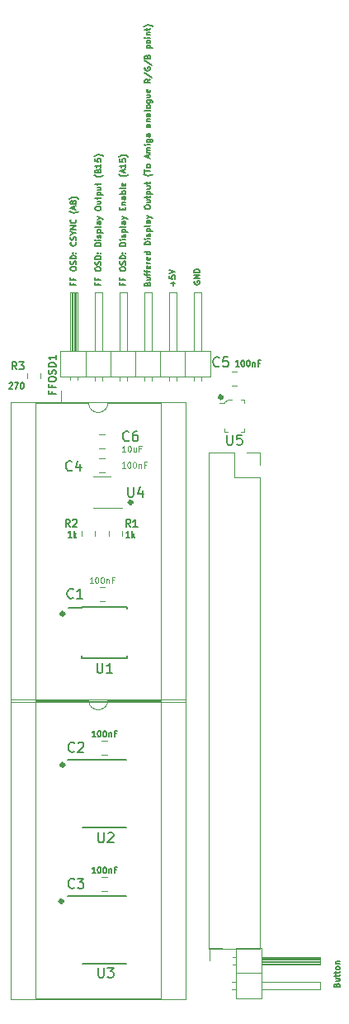
<source format=gbr>
G04 #@! TF.GenerationSoftware,KiCad,Pcbnew,(5.1.9)-1*
G04 #@! TF.CreationDate,2021-03-21T08:29:29+00:00*
G04 #@! TF.ProjectId,RGBtoHDMI Amiga Denise - v2++ by solarmon,52474274-6f48-4444-9d49-20416d696761,v2++*
G04 #@! TF.SameCoordinates,Original*
G04 #@! TF.FileFunction,Legend,Top*
G04 #@! TF.FilePolarity,Positive*
%FSLAX46Y46*%
G04 Gerber Fmt 4.6, Leading zero omitted, Abs format (unit mm)*
G04 Created by KiCad (PCBNEW (5.1.9)-1) date 2021-03-21 08:29:29*
%MOMM*%
%LPD*%
G01*
G04 APERTURE LIST*
%ADD10C,0.150000*%
%ADD11C,0.400000*%
%ADD12C,0.120000*%
%ADD13C,0.100000*%
%ADD14C,0.125000*%
G04 APERTURE END LIST*
D10*
X134320000Y-47193142D02*
X134291428Y-47250285D01*
X134291428Y-47336000D01*
X134320000Y-47421714D01*
X134377142Y-47478857D01*
X134434285Y-47507428D01*
X134548571Y-47536000D01*
X134634285Y-47536000D01*
X134748571Y-47507428D01*
X134805714Y-47478857D01*
X134862857Y-47421714D01*
X134891428Y-47336000D01*
X134891428Y-47278857D01*
X134862857Y-47193142D01*
X134834285Y-47164571D01*
X134634285Y-47164571D01*
X134634285Y-47278857D01*
X134891428Y-46907428D02*
X134291428Y-46907428D01*
X134891428Y-46564571D01*
X134291428Y-46564571D01*
X134891428Y-46278857D02*
X134291428Y-46278857D01*
X134291428Y-46136000D01*
X134320000Y-46050285D01*
X134377142Y-45993142D01*
X134434285Y-45964571D01*
X134548571Y-45936000D01*
X134634285Y-45936000D01*
X134748571Y-45964571D01*
X134805714Y-45993142D01*
X134862857Y-46050285D01*
X134891428Y-46136000D01*
X134891428Y-46278857D01*
X132122857Y-47634428D02*
X132122857Y-47177285D01*
X132351428Y-47405857D02*
X131894285Y-47405857D01*
X131751428Y-46605857D02*
X131751428Y-46891571D01*
X132037142Y-46920142D01*
X132008571Y-46891571D01*
X131980000Y-46834428D01*
X131980000Y-46691571D01*
X132008571Y-46634428D01*
X132037142Y-46605857D01*
X132094285Y-46577285D01*
X132237142Y-46577285D01*
X132294285Y-46605857D01*
X132322857Y-46634428D01*
X132351428Y-46691571D01*
X132351428Y-46834428D01*
X132322857Y-46891571D01*
X132294285Y-46920142D01*
X131751428Y-46405857D02*
X132351428Y-46205857D01*
X131751428Y-46005857D01*
X129497142Y-47461428D02*
X129525714Y-47375714D01*
X129554285Y-47347142D01*
X129611428Y-47318571D01*
X129697142Y-47318571D01*
X129754285Y-47347142D01*
X129782857Y-47375714D01*
X129811428Y-47432857D01*
X129811428Y-47661428D01*
X129211428Y-47661428D01*
X129211428Y-47461428D01*
X129240000Y-47404285D01*
X129268571Y-47375714D01*
X129325714Y-47347142D01*
X129382857Y-47347142D01*
X129440000Y-47375714D01*
X129468571Y-47404285D01*
X129497142Y-47461428D01*
X129497142Y-47661428D01*
X129411428Y-46804285D02*
X129811428Y-46804285D01*
X129411428Y-47061428D02*
X129725714Y-47061428D01*
X129782857Y-47032857D01*
X129811428Y-46975714D01*
X129811428Y-46890000D01*
X129782857Y-46832857D01*
X129754285Y-46804285D01*
X129411428Y-46604285D02*
X129411428Y-46375714D01*
X129811428Y-46518571D02*
X129297142Y-46518571D01*
X129240000Y-46490000D01*
X129211428Y-46432857D01*
X129211428Y-46375714D01*
X129411428Y-46261428D02*
X129411428Y-46032857D01*
X129811428Y-46175714D02*
X129297142Y-46175714D01*
X129240000Y-46147142D01*
X129211428Y-46090000D01*
X129211428Y-46032857D01*
X129782857Y-45604285D02*
X129811428Y-45661428D01*
X129811428Y-45775714D01*
X129782857Y-45832857D01*
X129725714Y-45861428D01*
X129497142Y-45861428D01*
X129440000Y-45832857D01*
X129411428Y-45775714D01*
X129411428Y-45661428D01*
X129440000Y-45604285D01*
X129497142Y-45575714D01*
X129554285Y-45575714D01*
X129611428Y-45861428D01*
X129811428Y-45318571D02*
X129411428Y-45318571D01*
X129525714Y-45318571D02*
X129468571Y-45290000D01*
X129440000Y-45261428D01*
X129411428Y-45204285D01*
X129411428Y-45147142D01*
X129782857Y-44718571D02*
X129811428Y-44775714D01*
X129811428Y-44890000D01*
X129782857Y-44947142D01*
X129725714Y-44975714D01*
X129497142Y-44975714D01*
X129440000Y-44947142D01*
X129411428Y-44890000D01*
X129411428Y-44775714D01*
X129440000Y-44718571D01*
X129497142Y-44690000D01*
X129554285Y-44690000D01*
X129611428Y-44975714D01*
X129811428Y-44175714D02*
X129211428Y-44175714D01*
X129782857Y-44175714D02*
X129811428Y-44232857D01*
X129811428Y-44347142D01*
X129782857Y-44404285D01*
X129754285Y-44432857D01*
X129697142Y-44461428D01*
X129525714Y-44461428D01*
X129468571Y-44432857D01*
X129440000Y-44404285D01*
X129411428Y-44347142D01*
X129411428Y-44232857D01*
X129440000Y-44175714D01*
X129811428Y-43432857D02*
X129211428Y-43432857D01*
X129211428Y-43290000D01*
X129240000Y-43204285D01*
X129297142Y-43147142D01*
X129354285Y-43118571D01*
X129468571Y-43090000D01*
X129554285Y-43090000D01*
X129668571Y-43118571D01*
X129725714Y-43147142D01*
X129782857Y-43204285D01*
X129811428Y-43290000D01*
X129811428Y-43432857D01*
X129811428Y-42832857D02*
X129411428Y-42832857D01*
X129211428Y-42832857D02*
X129240000Y-42861428D01*
X129268571Y-42832857D01*
X129240000Y-42804285D01*
X129211428Y-42832857D01*
X129268571Y-42832857D01*
X129782857Y-42575714D02*
X129811428Y-42518571D01*
X129811428Y-42404285D01*
X129782857Y-42347142D01*
X129725714Y-42318571D01*
X129697142Y-42318571D01*
X129640000Y-42347142D01*
X129611428Y-42404285D01*
X129611428Y-42490000D01*
X129582857Y-42547142D01*
X129525714Y-42575714D01*
X129497142Y-42575714D01*
X129440000Y-42547142D01*
X129411428Y-42490000D01*
X129411428Y-42404285D01*
X129440000Y-42347142D01*
X129411428Y-42061428D02*
X130011428Y-42061428D01*
X129440000Y-42061428D02*
X129411428Y-42004285D01*
X129411428Y-41890000D01*
X129440000Y-41832857D01*
X129468571Y-41804285D01*
X129525714Y-41775714D01*
X129697142Y-41775714D01*
X129754285Y-41804285D01*
X129782857Y-41832857D01*
X129811428Y-41890000D01*
X129811428Y-42004285D01*
X129782857Y-42061428D01*
X129811428Y-41432857D02*
X129782857Y-41490000D01*
X129725714Y-41518571D01*
X129211428Y-41518571D01*
X129811428Y-40947142D02*
X129497142Y-40947142D01*
X129440000Y-40975714D01*
X129411428Y-41032857D01*
X129411428Y-41147142D01*
X129440000Y-41204285D01*
X129782857Y-40947142D02*
X129811428Y-41004285D01*
X129811428Y-41147142D01*
X129782857Y-41204285D01*
X129725714Y-41232857D01*
X129668571Y-41232857D01*
X129611428Y-41204285D01*
X129582857Y-41147142D01*
X129582857Y-41004285D01*
X129554285Y-40947142D01*
X129411428Y-40718571D02*
X129811428Y-40575714D01*
X129411428Y-40432857D02*
X129811428Y-40575714D01*
X129954285Y-40632857D01*
X129982857Y-40661428D01*
X130011428Y-40718571D01*
X129211428Y-39632857D02*
X129211428Y-39518571D01*
X129240000Y-39461428D01*
X129297142Y-39404285D01*
X129411428Y-39375714D01*
X129611428Y-39375714D01*
X129725714Y-39404285D01*
X129782857Y-39461428D01*
X129811428Y-39518571D01*
X129811428Y-39632857D01*
X129782857Y-39690000D01*
X129725714Y-39747142D01*
X129611428Y-39775714D01*
X129411428Y-39775714D01*
X129297142Y-39747142D01*
X129240000Y-39690000D01*
X129211428Y-39632857D01*
X129411428Y-38861428D02*
X129811428Y-38861428D01*
X129411428Y-39118571D02*
X129725714Y-39118571D01*
X129782857Y-39090000D01*
X129811428Y-39032857D01*
X129811428Y-38947142D01*
X129782857Y-38890000D01*
X129754285Y-38861428D01*
X129411428Y-38661428D02*
X129411428Y-38432857D01*
X129211428Y-38575714D02*
X129725714Y-38575714D01*
X129782857Y-38547142D01*
X129811428Y-38490000D01*
X129811428Y-38432857D01*
X129411428Y-38232857D02*
X130011428Y-38232857D01*
X129440000Y-38232857D02*
X129411428Y-38175714D01*
X129411428Y-38061428D01*
X129440000Y-38004285D01*
X129468571Y-37975714D01*
X129525714Y-37947142D01*
X129697142Y-37947142D01*
X129754285Y-37975714D01*
X129782857Y-38004285D01*
X129811428Y-38061428D01*
X129811428Y-38175714D01*
X129782857Y-38232857D01*
X129411428Y-37432857D02*
X129811428Y-37432857D01*
X129411428Y-37690000D02*
X129725714Y-37690000D01*
X129782857Y-37661428D01*
X129811428Y-37604285D01*
X129811428Y-37518571D01*
X129782857Y-37461428D01*
X129754285Y-37432857D01*
X129411428Y-37232857D02*
X129411428Y-37004285D01*
X129211428Y-37147142D02*
X129725714Y-37147142D01*
X129782857Y-37118571D01*
X129811428Y-37061428D01*
X129811428Y-37004285D01*
X130040000Y-36175714D02*
X130011428Y-36204285D01*
X129925714Y-36261428D01*
X129868571Y-36290000D01*
X129782857Y-36318571D01*
X129640000Y-36347142D01*
X129525714Y-36347142D01*
X129382857Y-36318571D01*
X129297142Y-36290000D01*
X129240000Y-36261428D01*
X129154285Y-36204285D01*
X129125714Y-36175714D01*
X129211428Y-36032857D02*
X129211428Y-35690000D01*
X129811428Y-35861428D02*
X129211428Y-35861428D01*
X129811428Y-35404285D02*
X129782857Y-35461428D01*
X129754285Y-35490000D01*
X129697142Y-35518571D01*
X129525714Y-35518571D01*
X129468571Y-35490000D01*
X129440000Y-35461428D01*
X129411428Y-35404285D01*
X129411428Y-35318571D01*
X129440000Y-35261428D01*
X129468571Y-35232857D01*
X129525714Y-35204285D01*
X129697142Y-35204285D01*
X129754285Y-35232857D01*
X129782857Y-35261428D01*
X129811428Y-35318571D01*
X129811428Y-35404285D01*
X129640000Y-34518571D02*
X129640000Y-34232857D01*
X129811428Y-34575714D02*
X129211428Y-34375714D01*
X129811428Y-34175714D01*
X129811428Y-33975714D02*
X129411428Y-33975714D01*
X129468571Y-33975714D02*
X129440000Y-33947142D01*
X129411428Y-33890000D01*
X129411428Y-33804285D01*
X129440000Y-33747142D01*
X129497142Y-33718571D01*
X129811428Y-33718571D01*
X129497142Y-33718571D02*
X129440000Y-33690000D01*
X129411428Y-33632857D01*
X129411428Y-33547142D01*
X129440000Y-33490000D01*
X129497142Y-33461428D01*
X129811428Y-33461428D01*
X129811428Y-33175714D02*
X129411428Y-33175714D01*
X129211428Y-33175714D02*
X129240000Y-33204285D01*
X129268571Y-33175714D01*
X129240000Y-33147142D01*
X129211428Y-33175714D01*
X129268571Y-33175714D01*
X129411428Y-32632857D02*
X129897142Y-32632857D01*
X129954285Y-32661428D01*
X129982857Y-32690000D01*
X130011428Y-32747142D01*
X130011428Y-32832857D01*
X129982857Y-32890000D01*
X129782857Y-32632857D02*
X129811428Y-32690000D01*
X129811428Y-32804285D01*
X129782857Y-32861428D01*
X129754285Y-32890000D01*
X129697142Y-32918571D01*
X129525714Y-32918571D01*
X129468571Y-32890000D01*
X129440000Y-32861428D01*
X129411428Y-32804285D01*
X129411428Y-32690000D01*
X129440000Y-32632857D01*
X129811428Y-32090000D02*
X129497142Y-32090000D01*
X129440000Y-32118571D01*
X129411428Y-32175714D01*
X129411428Y-32290000D01*
X129440000Y-32347142D01*
X129782857Y-32090000D02*
X129811428Y-32147142D01*
X129811428Y-32290000D01*
X129782857Y-32347142D01*
X129725714Y-32375714D01*
X129668571Y-32375714D01*
X129611428Y-32347142D01*
X129582857Y-32290000D01*
X129582857Y-32147142D01*
X129554285Y-32090000D01*
X129811428Y-31090000D02*
X129497142Y-31090000D01*
X129440000Y-31118571D01*
X129411428Y-31175714D01*
X129411428Y-31290000D01*
X129440000Y-31347142D01*
X129782857Y-31090000D02*
X129811428Y-31147142D01*
X129811428Y-31290000D01*
X129782857Y-31347142D01*
X129725714Y-31375714D01*
X129668571Y-31375714D01*
X129611428Y-31347142D01*
X129582857Y-31290000D01*
X129582857Y-31147142D01*
X129554285Y-31090000D01*
X129411428Y-30804285D02*
X129811428Y-30804285D01*
X129468571Y-30804285D02*
X129440000Y-30775714D01*
X129411428Y-30718571D01*
X129411428Y-30632857D01*
X129440000Y-30575714D01*
X129497142Y-30547142D01*
X129811428Y-30547142D01*
X129811428Y-30004285D02*
X129497142Y-30004285D01*
X129440000Y-30032857D01*
X129411428Y-30090000D01*
X129411428Y-30204285D01*
X129440000Y-30261428D01*
X129782857Y-30004285D02*
X129811428Y-30061428D01*
X129811428Y-30204285D01*
X129782857Y-30261428D01*
X129725714Y-30290000D01*
X129668571Y-30290000D01*
X129611428Y-30261428D01*
X129582857Y-30204285D01*
X129582857Y-30061428D01*
X129554285Y-30004285D01*
X129811428Y-29632857D02*
X129782857Y-29690000D01*
X129725714Y-29718571D01*
X129211428Y-29718571D01*
X129811428Y-29318571D02*
X129782857Y-29375714D01*
X129754285Y-29404285D01*
X129697142Y-29432857D01*
X129525714Y-29432857D01*
X129468571Y-29404285D01*
X129440000Y-29375714D01*
X129411428Y-29318571D01*
X129411428Y-29232857D01*
X129440000Y-29175714D01*
X129468571Y-29147142D01*
X129525714Y-29118571D01*
X129697142Y-29118571D01*
X129754285Y-29147142D01*
X129782857Y-29175714D01*
X129811428Y-29232857D01*
X129811428Y-29318571D01*
X129411428Y-28604285D02*
X129897142Y-28604285D01*
X129954285Y-28632857D01*
X129982857Y-28661428D01*
X130011428Y-28718571D01*
X130011428Y-28804285D01*
X129982857Y-28861428D01*
X129782857Y-28604285D02*
X129811428Y-28661428D01*
X129811428Y-28775714D01*
X129782857Y-28832857D01*
X129754285Y-28861428D01*
X129697142Y-28890000D01*
X129525714Y-28890000D01*
X129468571Y-28861428D01*
X129440000Y-28832857D01*
X129411428Y-28775714D01*
X129411428Y-28661428D01*
X129440000Y-28604285D01*
X129411428Y-28061428D02*
X129811428Y-28061428D01*
X129411428Y-28318571D02*
X129725714Y-28318571D01*
X129782857Y-28290000D01*
X129811428Y-28232857D01*
X129811428Y-28147142D01*
X129782857Y-28090000D01*
X129754285Y-28061428D01*
X129782857Y-27547142D02*
X129811428Y-27604285D01*
X129811428Y-27718571D01*
X129782857Y-27775714D01*
X129725714Y-27804285D01*
X129497142Y-27804285D01*
X129440000Y-27775714D01*
X129411428Y-27718571D01*
X129411428Y-27604285D01*
X129440000Y-27547142D01*
X129497142Y-27518571D01*
X129554285Y-27518571D01*
X129611428Y-27804285D01*
X129811428Y-26461428D02*
X129525714Y-26661428D01*
X129811428Y-26804285D02*
X129211428Y-26804285D01*
X129211428Y-26575714D01*
X129240000Y-26518571D01*
X129268571Y-26490000D01*
X129325714Y-26461428D01*
X129411428Y-26461428D01*
X129468571Y-26490000D01*
X129497142Y-26518571D01*
X129525714Y-26575714D01*
X129525714Y-26804285D01*
X129182857Y-25775714D02*
X129954285Y-26290000D01*
X129240000Y-25261428D02*
X129211428Y-25318571D01*
X129211428Y-25404285D01*
X129240000Y-25490000D01*
X129297142Y-25547142D01*
X129354285Y-25575714D01*
X129468571Y-25604285D01*
X129554285Y-25604285D01*
X129668571Y-25575714D01*
X129725714Y-25547142D01*
X129782857Y-25490000D01*
X129811428Y-25404285D01*
X129811428Y-25347142D01*
X129782857Y-25261428D01*
X129754285Y-25232857D01*
X129554285Y-25232857D01*
X129554285Y-25347142D01*
X129182857Y-24547142D02*
X129954285Y-25061428D01*
X129497142Y-24147142D02*
X129525714Y-24061428D01*
X129554285Y-24032857D01*
X129611428Y-24004285D01*
X129697142Y-24004285D01*
X129754285Y-24032857D01*
X129782857Y-24061428D01*
X129811428Y-24118571D01*
X129811428Y-24347142D01*
X129211428Y-24347142D01*
X129211428Y-24147142D01*
X129240000Y-24090000D01*
X129268571Y-24061428D01*
X129325714Y-24032857D01*
X129382857Y-24032857D01*
X129440000Y-24061428D01*
X129468571Y-24090000D01*
X129497142Y-24147142D01*
X129497142Y-24347142D01*
X129411428Y-23290000D02*
X130011428Y-23290000D01*
X129440000Y-23290000D02*
X129411428Y-23232857D01*
X129411428Y-23118571D01*
X129440000Y-23061428D01*
X129468571Y-23032857D01*
X129525714Y-23004285D01*
X129697142Y-23004285D01*
X129754285Y-23032857D01*
X129782857Y-23061428D01*
X129811428Y-23118571D01*
X129811428Y-23232857D01*
X129782857Y-23290000D01*
X129811428Y-22661428D02*
X129782857Y-22718571D01*
X129754285Y-22747142D01*
X129697142Y-22775714D01*
X129525714Y-22775714D01*
X129468571Y-22747142D01*
X129440000Y-22718571D01*
X129411428Y-22661428D01*
X129411428Y-22575714D01*
X129440000Y-22518571D01*
X129468571Y-22490000D01*
X129525714Y-22461428D01*
X129697142Y-22461428D01*
X129754285Y-22490000D01*
X129782857Y-22518571D01*
X129811428Y-22575714D01*
X129811428Y-22661428D01*
X129811428Y-22204285D02*
X129411428Y-22204285D01*
X129211428Y-22204285D02*
X129240000Y-22232857D01*
X129268571Y-22204285D01*
X129240000Y-22175714D01*
X129211428Y-22204285D01*
X129268571Y-22204285D01*
X129411428Y-21918571D02*
X129811428Y-21918571D01*
X129468571Y-21918571D02*
X129440000Y-21890000D01*
X129411428Y-21832857D01*
X129411428Y-21747142D01*
X129440000Y-21690000D01*
X129497142Y-21661428D01*
X129811428Y-21661428D01*
X129411428Y-21461428D02*
X129411428Y-21232857D01*
X129211428Y-21375714D02*
X129725714Y-21375714D01*
X129782857Y-21347142D01*
X129811428Y-21290000D01*
X129811428Y-21232857D01*
X130040000Y-21090000D02*
X130011428Y-21061428D01*
X129925714Y-21004285D01*
X129868571Y-20975714D01*
X129782857Y-20947142D01*
X129640000Y-20918571D01*
X129525714Y-20918571D01*
X129382857Y-20947142D01*
X129297142Y-20975714D01*
X129240000Y-21004285D01*
X129154285Y-21061428D01*
X129125714Y-21090000D01*
X126957142Y-47365428D02*
X126957142Y-47565428D01*
X127271428Y-47565428D02*
X126671428Y-47565428D01*
X126671428Y-47279714D01*
X126957142Y-46851142D02*
X126957142Y-47051142D01*
X127271428Y-47051142D02*
X126671428Y-47051142D01*
X126671428Y-46765428D01*
X126671428Y-45965428D02*
X126671428Y-45851142D01*
X126700000Y-45794000D01*
X126757142Y-45736857D01*
X126871428Y-45708285D01*
X127071428Y-45708285D01*
X127185714Y-45736857D01*
X127242857Y-45794000D01*
X127271428Y-45851142D01*
X127271428Y-45965428D01*
X127242857Y-46022571D01*
X127185714Y-46079714D01*
X127071428Y-46108285D01*
X126871428Y-46108285D01*
X126757142Y-46079714D01*
X126700000Y-46022571D01*
X126671428Y-45965428D01*
X127242857Y-45479714D02*
X127271428Y-45394000D01*
X127271428Y-45251142D01*
X127242857Y-45194000D01*
X127214285Y-45165428D01*
X127157142Y-45136857D01*
X127100000Y-45136857D01*
X127042857Y-45165428D01*
X127014285Y-45194000D01*
X126985714Y-45251142D01*
X126957142Y-45365428D01*
X126928571Y-45422571D01*
X126900000Y-45451142D01*
X126842857Y-45479714D01*
X126785714Y-45479714D01*
X126728571Y-45451142D01*
X126700000Y-45422571D01*
X126671428Y-45365428D01*
X126671428Y-45222571D01*
X126700000Y-45136857D01*
X127271428Y-44879714D02*
X126671428Y-44879714D01*
X126671428Y-44736857D01*
X126700000Y-44651142D01*
X126757142Y-44594000D01*
X126814285Y-44565428D01*
X126928571Y-44536857D01*
X127014285Y-44536857D01*
X127128571Y-44565428D01*
X127185714Y-44594000D01*
X127242857Y-44651142D01*
X127271428Y-44736857D01*
X127271428Y-44879714D01*
X127214285Y-44279714D02*
X127242857Y-44251142D01*
X127271428Y-44279714D01*
X127242857Y-44308285D01*
X127214285Y-44279714D01*
X127271428Y-44279714D01*
X126900000Y-44279714D02*
X126928571Y-44251142D01*
X126957142Y-44279714D01*
X126928571Y-44308285D01*
X126900000Y-44279714D01*
X126957142Y-44279714D01*
X127271428Y-43536857D02*
X126671428Y-43536857D01*
X126671428Y-43394000D01*
X126700000Y-43308285D01*
X126757142Y-43251142D01*
X126814285Y-43222571D01*
X126928571Y-43194000D01*
X127014285Y-43194000D01*
X127128571Y-43222571D01*
X127185714Y-43251142D01*
X127242857Y-43308285D01*
X127271428Y-43394000D01*
X127271428Y-43536857D01*
X127271428Y-42936857D02*
X126871428Y-42936857D01*
X126671428Y-42936857D02*
X126700000Y-42965428D01*
X126728571Y-42936857D01*
X126700000Y-42908285D01*
X126671428Y-42936857D01*
X126728571Y-42936857D01*
X127242857Y-42679714D02*
X127271428Y-42622571D01*
X127271428Y-42508285D01*
X127242857Y-42451142D01*
X127185714Y-42422571D01*
X127157142Y-42422571D01*
X127100000Y-42451142D01*
X127071428Y-42508285D01*
X127071428Y-42594000D01*
X127042857Y-42651142D01*
X126985714Y-42679714D01*
X126957142Y-42679714D01*
X126900000Y-42651142D01*
X126871428Y-42594000D01*
X126871428Y-42508285D01*
X126900000Y-42451142D01*
X126871428Y-42165428D02*
X127471428Y-42165428D01*
X126900000Y-42165428D02*
X126871428Y-42108285D01*
X126871428Y-41994000D01*
X126900000Y-41936857D01*
X126928571Y-41908285D01*
X126985714Y-41879714D01*
X127157142Y-41879714D01*
X127214285Y-41908285D01*
X127242857Y-41936857D01*
X127271428Y-41994000D01*
X127271428Y-42108285D01*
X127242857Y-42165428D01*
X127271428Y-41536857D02*
X127242857Y-41594000D01*
X127185714Y-41622571D01*
X126671428Y-41622571D01*
X127271428Y-41051142D02*
X126957142Y-41051142D01*
X126900000Y-41079714D01*
X126871428Y-41136857D01*
X126871428Y-41251142D01*
X126900000Y-41308285D01*
X127242857Y-41051142D02*
X127271428Y-41108285D01*
X127271428Y-41251142D01*
X127242857Y-41308285D01*
X127185714Y-41336857D01*
X127128571Y-41336857D01*
X127071428Y-41308285D01*
X127042857Y-41251142D01*
X127042857Y-41108285D01*
X127014285Y-41051142D01*
X126871428Y-40822571D02*
X127271428Y-40679714D01*
X126871428Y-40536857D02*
X127271428Y-40679714D01*
X127414285Y-40736857D01*
X127442857Y-40765428D01*
X127471428Y-40822571D01*
X126957142Y-39851142D02*
X126957142Y-39651142D01*
X127271428Y-39565428D02*
X127271428Y-39851142D01*
X126671428Y-39851142D01*
X126671428Y-39565428D01*
X126871428Y-39308285D02*
X127271428Y-39308285D01*
X126928571Y-39308285D02*
X126900000Y-39279714D01*
X126871428Y-39222571D01*
X126871428Y-39136857D01*
X126900000Y-39079714D01*
X126957142Y-39051142D01*
X127271428Y-39051142D01*
X127271428Y-38508285D02*
X126957142Y-38508285D01*
X126900000Y-38536857D01*
X126871428Y-38594000D01*
X126871428Y-38708285D01*
X126900000Y-38765428D01*
X127242857Y-38508285D02*
X127271428Y-38565428D01*
X127271428Y-38708285D01*
X127242857Y-38765428D01*
X127185714Y-38794000D01*
X127128571Y-38794000D01*
X127071428Y-38765428D01*
X127042857Y-38708285D01*
X127042857Y-38565428D01*
X127014285Y-38508285D01*
X127271428Y-38222571D02*
X126671428Y-38222571D01*
X126900000Y-38222571D02*
X126871428Y-38165428D01*
X126871428Y-38051142D01*
X126900000Y-37994000D01*
X126928571Y-37965428D01*
X126985714Y-37936857D01*
X127157142Y-37936857D01*
X127214285Y-37965428D01*
X127242857Y-37994000D01*
X127271428Y-38051142D01*
X127271428Y-38165428D01*
X127242857Y-38222571D01*
X127271428Y-37594000D02*
X127242857Y-37651142D01*
X127185714Y-37679714D01*
X126671428Y-37679714D01*
X127242857Y-37136857D02*
X127271428Y-37194000D01*
X127271428Y-37308285D01*
X127242857Y-37365428D01*
X127185714Y-37394000D01*
X126957142Y-37394000D01*
X126900000Y-37365428D01*
X126871428Y-37308285D01*
X126871428Y-37194000D01*
X126900000Y-37136857D01*
X126957142Y-37108285D01*
X127014285Y-37108285D01*
X127071428Y-37394000D01*
X127500000Y-36222571D02*
X127471428Y-36251142D01*
X127385714Y-36308285D01*
X127328571Y-36336857D01*
X127242857Y-36365428D01*
X127100000Y-36394000D01*
X126985714Y-36394000D01*
X126842857Y-36365428D01*
X126757142Y-36336857D01*
X126700000Y-36308285D01*
X126614285Y-36251142D01*
X126585714Y-36222571D01*
X127100000Y-36022571D02*
X127100000Y-35736857D01*
X127271428Y-36079714D02*
X126671428Y-35879714D01*
X127271428Y-35679714D01*
X127271428Y-35165428D02*
X127271428Y-35508285D01*
X127271428Y-35336857D02*
X126671428Y-35336857D01*
X126757142Y-35394000D01*
X126814285Y-35451142D01*
X126842857Y-35508285D01*
X126671428Y-34622571D02*
X126671428Y-34908285D01*
X126957142Y-34936857D01*
X126928571Y-34908285D01*
X126900000Y-34851142D01*
X126900000Y-34708285D01*
X126928571Y-34651142D01*
X126957142Y-34622571D01*
X127014285Y-34594000D01*
X127157142Y-34594000D01*
X127214285Y-34622571D01*
X127242857Y-34651142D01*
X127271428Y-34708285D01*
X127271428Y-34851142D01*
X127242857Y-34908285D01*
X127214285Y-34936857D01*
X127500000Y-34394000D02*
X127471428Y-34365428D01*
X127385714Y-34308285D01*
X127328571Y-34279714D01*
X127242857Y-34251142D01*
X127100000Y-34222571D01*
X126985714Y-34222571D01*
X126842857Y-34251142D01*
X126757142Y-34279714D01*
X126700000Y-34308285D01*
X126614285Y-34365428D01*
X126585714Y-34394000D01*
X124417142Y-47379714D02*
X124417142Y-47579714D01*
X124731428Y-47579714D02*
X124131428Y-47579714D01*
X124131428Y-47294000D01*
X124417142Y-46865428D02*
X124417142Y-47065428D01*
X124731428Y-47065428D02*
X124131428Y-47065428D01*
X124131428Y-46779714D01*
X124131428Y-45979714D02*
X124131428Y-45865428D01*
X124160000Y-45808285D01*
X124217142Y-45751142D01*
X124331428Y-45722571D01*
X124531428Y-45722571D01*
X124645714Y-45751142D01*
X124702857Y-45808285D01*
X124731428Y-45865428D01*
X124731428Y-45979714D01*
X124702857Y-46036857D01*
X124645714Y-46094000D01*
X124531428Y-46122571D01*
X124331428Y-46122571D01*
X124217142Y-46094000D01*
X124160000Y-46036857D01*
X124131428Y-45979714D01*
X124702857Y-45494000D02*
X124731428Y-45408285D01*
X124731428Y-45265428D01*
X124702857Y-45208285D01*
X124674285Y-45179714D01*
X124617142Y-45151142D01*
X124560000Y-45151142D01*
X124502857Y-45179714D01*
X124474285Y-45208285D01*
X124445714Y-45265428D01*
X124417142Y-45379714D01*
X124388571Y-45436857D01*
X124360000Y-45465428D01*
X124302857Y-45494000D01*
X124245714Y-45494000D01*
X124188571Y-45465428D01*
X124160000Y-45436857D01*
X124131428Y-45379714D01*
X124131428Y-45236857D01*
X124160000Y-45151142D01*
X124731428Y-44894000D02*
X124131428Y-44894000D01*
X124131428Y-44751142D01*
X124160000Y-44665428D01*
X124217142Y-44608285D01*
X124274285Y-44579714D01*
X124388571Y-44551142D01*
X124474285Y-44551142D01*
X124588571Y-44579714D01*
X124645714Y-44608285D01*
X124702857Y-44665428D01*
X124731428Y-44751142D01*
X124731428Y-44894000D01*
X124674285Y-44294000D02*
X124702857Y-44265428D01*
X124731428Y-44294000D01*
X124702857Y-44322571D01*
X124674285Y-44294000D01*
X124731428Y-44294000D01*
X124360000Y-44294000D02*
X124388571Y-44265428D01*
X124417142Y-44294000D01*
X124388571Y-44322571D01*
X124360000Y-44294000D01*
X124417142Y-44294000D01*
X124731428Y-43551142D02*
X124131428Y-43551142D01*
X124131428Y-43408285D01*
X124160000Y-43322571D01*
X124217142Y-43265428D01*
X124274285Y-43236857D01*
X124388571Y-43208285D01*
X124474285Y-43208285D01*
X124588571Y-43236857D01*
X124645714Y-43265428D01*
X124702857Y-43322571D01*
X124731428Y-43408285D01*
X124731428Y-43551142D01*
X124731428Y-42951142D02*
X124331428Y-42951142D01*
X124131428Y-42951142D02*
X124160000Y-42979714D01*
X124188571Y-42951142D01*
X124160000Y-42922571D01*
X124131428Y-42951142D01*
X124188571Y-42951142D01*
X124702857Y-42694000D02*
X124731428Y-42636857D01*
X124731428Y-42522571D01*
X124702857Y-42465428D01*
X124645714Y-42436857D01*
X124617142Y-42436857D01*
X124560000Y-42465428D01*
X124531428Y-42522571D01*
X124531428Y-42608285D01*
X124502857Y-42665428D01*
X124445714Y-42694000D01*
X124417142Y-42694000D01*
X124360000Y-42665428D01*
X124331428Y-42608285D01*
X124331428Y-42522571D01*
X124360000Y-42465428D01*
X124331428Y-42179714D02*
X124931428Y-42179714D01*
X124360000Y-42179714D02*
X124331428Y-42122571D01*
X124331428Y-42008285D01*
X124360000Y-41951142D01*
X124388571Y-41922571D01*
X124445714Y-41894000D01*
X124617142Y-41894000D01*
X124674285Y-41922571D01*
X124702857Y-41951142D01*
X124731428Y-42008285D01*
X124731428Y-42122571D01*
X124702857Y-42179714D01*
X124731428Y-41551142D02*
X124702857Y-41608285D01*
X124645714Y-41636857D01*
X124131428Y-41636857D01*
X124731428Y-41065428D02*
X124417142Y-41065428D01*
X124360000Y-41094000D01*
X124331428Y-41151142D01*
X124331428Y-41265428D01*
X124360000Y-41322571D01*
X124702857Y-41065428D02*
X124731428Y-41122571D01*
X124731428Y-41265428D01*
X124702857Y-41322571D01*
X124645714Y-41351142D01*
X124588571Y-41351142D01*
X124531428Y-41322571D01*
X124502857Y-41265428D01*
X124502857Y-41122571D01*
X124474285Y-41065428D01*
X124331428Y-40836857D02*
X124731428Y-40694000D01*
X124331428Y-40551142D02*
X124731428Y-40694000D01*
X124874285Y-40751142D01*
X124902857Y-40779714D01*
X124931428Y-40836857D01*
X124131428Y-39751142D02*
X124131428Y-39636857D01*
X124160000Y-39579714D01*
X124217142Y-39522571D01*
X124331428Y-39494000D01*
X124531428Y-39494000D01*
X124645714Y-39522571D01*
X124702857Y-39579714D01*
X124731428Y-39636857D01*
X124731428Y-39751142D01*
X124702857Y-39808285D01*
X124645714Y-39865428D01*
X124531428Y-39894000D01*
X124331428Y-39894000D01*
X124217142Y-39865428D01*
X124160000Y-39808285D01*
X124131428Y-39751142D01*
X124331428Y-38979714D02*
X124731428Y-38979714D01*
X124331428Y-39236857D02*
X124645714Y-39236857D01*
X124702857Y-39208285D01*
X124731428Y-39151142D01*
X124731428Y-39065428D01*
X124702857Y-39008285D01*
X124674285Y-38979714D01*
X124331428Y-38779714D02*
X124331428Y-38551142D01*
X124131428Y-38694000D02*
X124645714Y-38694000D01*
X124702857Y-38665428D01*
X124731428Y-38608285D01*
X124731428Y-38551142D01*
X124331428Y-38351142D02*
X124931428Y-38351142D01*
X124360000Y-38351142D02*
X124331428Y-38294000D01*
X124331428Y-38179714D01*
X124360000Y-38122571D01*
X124388571Y-38094000D01*
X124445714Y-38065428D01*
X124617142Y-38065428D01*
X124674285Y-38094000D01*
X124702857Y-38122571D01*
X124731428Y-38179714D01*
X124731428Y-38294000D01*
X124702857Y-38351142D01*
X124331428Y-37551142D02*
X124731428Y-37551142D01*
X124331428Y-37808285D02*
X124645714Y-37808285D01*
X124702857Y-37779714D01*
X124731428Y-37722571D01*
X124731428Y-37636857D01*
X124702857Y-37579714D01*
X124674285Y-37551142D01*
X124331428Y-37351142D02*
X124331428Y-37122571D01*
X124131428Y-37265428D02*
X124645714Y-37265428D01*
X124702857Y-37236857D01*
X124731428Y-37179714D01*
X124731428Y-37122571D01*
X124960000Y-36294000D02*
X124931428Y-36322571D01*
X124845714Y-36379714D01*
X124788571Y-36408285D01*
X124702857Y-36436857D01*
X124560000Y-36465428D01*
X124445714Y-36465428D01*
X124302857Y-36436857D01*
X124217142Y-36408285D01*
X124160000Y-36379714D01*
X124074285Y-36322571D01*
X124045714Y-36294000D01*
X124417142Y-35865428D02*
X124445714Y-35779714D01*
X124474285Y-35751142D01*
X124531428Y-35722571D01*
X124617142Y-35722571D01*
X124674285Y-35751142D01*
X124702857Y-35779714D01*
X124731428Y-35836857D01*
X124731428Y-36065428D01*
X124131428Y-36065428D01*
X124131428Y-35865428D01*
X124160000Y-35808285D01*
X124188571Y-35779714D01*
X124245714Y-35751142D01*
X124302857Y-35751142D01*
X124360000Y-35779714D01*
X124388571Y-35808285D01*
X124417142Y-35865428D01*
X124417142Y-36065428D01*
X124731428Y-35151142D02*
X124731428Y-35494000D01*
X124731428Y-35322571D02*
X124131428Y-35322571D01*
X124217142Y-35379714D01*
X124274285Y-35436857D01*
X124302857Y-35494000D01*
X124131428Y-34608285D02*
X124131428Y-34894000D01*
X124417142Y-34922571D01*
X124388571Y-34894000D01*
X124360000Y-34836857D01*
X124360000Y-34694000D01*
X124388571Y-34636857D01*
X124417142Y-34608285D01*
X124474285Y-34579714D01*
X124617142Y-34579714D01*
X124674285Y-34608285D01*
X124702857Y-34636857D01*
X124731428Y-34694000D01*
X124731428Y-34836857D01*
X124702857Y-34894000D01*
X124674285Y-34922571D01*
X124960000Y-34379714D02*
X124931428Y-34351142D01*
X124845714Y-34294000D01*
X124788571Y-34265428D01*
X124702857Y-34236857D01*
X124560000Y-34208285D01*
X124445714Y-34208285D01*
X124302857Y-34236857D01*
X124217142Y-34265428D01*
X124160000Y-34294000D01*
X124074285Y-34351142D01*
X124045714Y-34379714D01*
D11*
X137160000Y-59055000D02*
G75*
G03*
X137160000Y-59055000I-127000J0D01*
G01*
D10*
X148928142Y-119351285D02*
X148956714Y-119265571D01*
X148985285Y-119237000D01*
X149042428Y-119208428D01*
X149128142Y-119208428D01*
X149185285Y-119237000D01*
X149213857Y-119265571D01*
X149242428Y-119322714D01*
X149242428Y-119551285D01*
X148642428Y-119551285D01*
X148642428Y-119351285D01*
X148671000Y-119294142D01*
X148699571Y-119265571D01*
X148756714Y-119237000D01*
X148813857Y-119237000D01*
X148871000Y-119265571D01*
X148899571Y-119294142D01*
X148928142Y-119351285D01*
X148928142Y-119551285D01*
X148842428Y-118694142D02*
X149242428Y-118694142D01*
X148842428Y-118951285D02*
X149156714Y-118951285D01*
X149213857Y-118922714D01*
X149242428Y-118865571D01*
X149242428Y-118779857D01*
X149213857Y-118722714D01*
X149185285Y-118694142D01*
X148842428Y-118494142D02*
X148842428Y-118265571D01*
X148642428Y-118408428D02*
X149156714Y-118408428D01*
X149213857Y-118379857D01*
X149242428Y-118322714D01*
X149242428Y-118265571D01*
X148842428Y-118151285D02*
X148842428Y-117922714D01*
X148642428Y-118065571D02*
X149156714Y-118065571D01*
X149213857Y-118037000D01*
X149242428Y-117979857D01*
X149242428Y-117922714D01*
X149242428Y-117637000D02*
X149213857Y-117694142D01*
X149185285Y-117722714D01*
X149128142Y-117751285D01*
X148956714Y-117751285D01*
X148899571Y-117722714D01*
X148871000Y-117694142D01*
X148842428Y-117637000D01*
X148842428Y-117551285D01*
X148871000Y-117494142D01*
X148899571Y-117465571D01*
X148956714Y-117437000D01*
X149128142Y-117437000D01*
X149185285Y-117465571D01*
X149213857Y-117494142D01*
X149242428Y-117551285D01*
X149242428Y-117637000D01*
X148842428Y-117179857D02*
X149242428Y-117179857D01*
X148899571Y-117179857D02*
X148871000Y-117151285D01*
X148842428Y-117094142D01*
X148842428Y-117008428D01*
X148871000Y-116951285D01*
X148928142Y-116922714D01*
X149242428Y-116922714D01*
X121877142Y-47353000D02*
X121877142Y-47553000D01*
X122191428Y-47553000D02*
X121591428Y-47553000D01*
X121591428Y-47267285D01*
X121877142Y-46838714D02*
X121877142Y-47038714D01*
X122191428Y-47038714D02*
X121591428Y-47038714D01*
X121591428Y-46753000D01*
X121591428Y-45953000D02*
X121591428Y-45838714D01*
X121620000Y-45781571D01*
X121677142Y-45724428D01*
X121791428Y-45695857D01*
X121991428Y-45695857D01*
X122105714Y-45724428D01*
X122162857Y-45781571D01*
X122191428Y-45838714D01*
X122191428Y-45953000D01*
X122162857Y-46010142D01*
X122105714Y-46067285D01*
X121991428Y-46095857D01*
X121791428Y-46095857D01*
X121677142Y-46067285D01*
X121620000Y-46010142D01*
X121591428Y-45953000D01*
X122162857Y-45467285D02*
X122191428Y-45381571D01*
X122191428Y-45238714D01*
X122162857Y-45181571D01*
X122134285Y-45153000D01*
X122077142Y-45124428D01*
X122020000Y-45124428D01*
X121962857Y-45153000D01*
X121934285Y-45181571D01*
X121905714Y-45238714D01*
X121877142Y-45353000D01*
X121848571Y-45410142D01*
X121820000Y-45438714D01*
X121762857Y-45467285D01*
X121705714Y-45467285D01*
X121648571Y-45438714D01*
X121620000Y-45410142D01*
X121591428Y-45353000D01*
X121591428Y-45210142D01*
X121620000Y-45124428D01*
X122191428Y-44867285D02*
X121591428Y-44867285D01*
X121591428Y-44724428D01*
X121620000Y-44638714D01*
X121677142Y-44581571D01*
X121734285Y-44553000D01*
X121848571Y-44524428D01*
X121934285Y-44524428D01*
X122048571Y-44553000D01*
X122105714Y-44581571D01*
X122162857Y-44638714D01*
X122191428Y-44724428D01*
X122191428Y-44867285D01*
X122134285Y-44267285D02*
X122162857Y-44238714D01*
X122191428Y-44267285D01*
X122162857Y-44295857D01*
X122134285Y-44267285D01*
X122191428Y-44267285D01*
X121820000Y-44267285D02*
X121848571Y-44238714D01*
X121877142Y-44267285D01*
X121848571Y-44295857D01*
X121820000Y-44267285D01*
X121877142Y-44267285D01*
X122134285Y-43181571D02*
X122162857Y-43210142D01*
X122191428Y-43295857D01*
X122191428Y-43353000D01*
X122162857Y-43438714D01*
X122105714Y-43495857D01*
X122048571Y-43524428D01*
X121934285Y-43553000D01*
X121848571Y-43553000D01*
X121734285Y-43524428D01*
X121677142Y-43495857D01*
X121620000Y-43438714D01*
X121591428Y-43353000D01*
X121591428Y-43295857D01*
X121620000Y-43210142D01*
X121648571Y-43181571D01*
X122162857Y-42953000D02*
X122191428Y-42867285D01*
X122191428Y-42724428D01*
X122162857Y-42667285D01*
X122134285Y-42638714D01*
X122077142Y-42610142D01*
X122020000Y-42610142D01*
X121962857Y-42638714D01*
X121934285Y-42667285D01*
X121905714Y-42724428D01*
X121877142Y-42838714D01*
X121848571Y-42895857D01*
X121820000Y-42924428D01*
X121762857Y-42953000D01*
X121705714Y-42953000D01*
X121648571Y-42924428D01*
X121620000Y-42895857D01*
X121591428Y-42838714D01*
X121591428Y-42695857D01*
X121620000Y-42610142D01*
X121905714Y-42238714D02*
X122191428Y-42238714D01*
X121591428Y-42438714D02*
X121905714Y-42238714D01*
X121591428Y-42038714D01*
X122191428Y-41838714D02*
X121591428Y-41838714D01*
X122191428Y-41495857D01*
X121591428Y-41495857D01*
X122134285Y-40867285D02*
X122162857Y-40895857D01*
X122191428Y-40981571D01*
X122191428Y-41038714D01*
X122162857Y-41124428D01*
X122105714Y-41181571D01*
X122048571Y-41210142D01*
X121934285Y-41238714D01*
X121848571Y-41238714D01*
X121734285Y-41210142D01*
X121677142Y-41181571D01*
X121620000Y-41124428D01*
X121591428Y-41038714D01*
X121591428Y-40981571D01*
X121620000Y-40895857D01*
X121648571Y-40867285D01*
X122420000Y-39981571D02*
X122391428Y-40010142D01*
X122305714Y-40067285D01*
X122248571Y-40095857D01*
X122162857Y-40124428D01*
X122020000Y-40153000D01*
X121905714Y-40153000D01*
X121762857Y-40124428D01*
X121677142Y-40095857D01*
X121620000Y-40067285D01*
X121534285Y-40010142D01*
X121505714Y-39981571D01*
X122020000Y-39781571D02*
X122020000Y-39495857D01*
X122191428Y-39838714D02*
X121591428Y-39638714D01*
X122191428Y-39438714D01*
X121848571Y-39153000D02*
X121820000Y-39210142D01*
X121791428Y-39238714D01*
X121734285Y-39267285D01*
X121705714Y-39267285D01*
X121648571Y-39238714D01*
X121620000Y-39210142D01*
X121591428Y-39153000D01*
X121591428Y-39038714D01*
X121620000Y-38981571D01*
X121648571Y-38953000D01*
X121705714Y-38924428D01*
X121734285Y-38924428D01*
X121791428Y-38953000D01*
X121820000Y-38981571D01*
X121848571Y-39038714D01*
X121848571Y-39153000D01*
X121877142Y-39210142D01*
X121905714Y-39238714D01*
X121962857Y-39267285D01*
X122077142Y-39267285D01*
X122134285Y-39238714D01*
X122162857Y-39210142D01*
X122191428Y-39153000D01*
X122191428Y-39038714D01*
X122162857Y-38981571D01*
X122134285Y-38953000D01*
X122077142Y-38924428D01*
X121962857Y-38924428D01*
X121905714Y-38953000D01*
X121877142Y-38981571D01*
X121848571Y-39038714D01*
X122420000Y-38724428D02*
X122391428Y-38695857D01*
X122305714Y-38638714D01*
X122248571Y-38610142D01*
X122162857Y-38581571D01*
X122020000Y-38553000D01*
X121905714Y-38553000D01*
X121762857Y-38581571D01*
X121677142Y-38610142D01*
X121620000Y-38638714D01*
X121534285Y-38695857D01*
X121505714Y-38724428D01*
D11*
X127889000Y-69850000D02*
G75*
G03*
X127889000Y-69850000I-127000J0D01*
G01*
X120904000Y-81280000D02*
G75*
G03*
X120904000Y-81280000I-127000J0D01*
G01*
X120904000Y-96774000D02*
G75*
G03*
X120904000Y-96774000I-127000J0D01*
G01*
X120777000Y-110744000D02*
G75*
G03*
X120777000Y-110744000I-127000J0D01*
G01*
D12*
X120650000Y-59690000D02*
X120650000Y-58420000D01*
X121920000Y-59690000D02*
X120650000Y-59690000D01*
X135000000Y-57377071D02*
X135000000Y-56980000D01*
X134240000Y-57377071D02*
X134240000Y-56980000D01*
X135000000Y-48320000D02*
X135000000Y-54320000D01*
X134240000Y-48320000D02*
X135000000Y-48320000D01*
X134240000Y-54320000D02*
X134240000Y-48320000D01*
X133350000Y-56980000D02*
X133350000Y-54320000D01*
X132460000Y-57377071D02*
X132460000Y-56980000D01*
X131700000Y-57377071D02*
X131700000Y-56980000D01*
X132460000Y-48320000D02*
X132460000Y-54320000D01*
X131700000Y-48320000D02*
X132460000Y-48320000D01*
X131700000Y-54320000D02*
X131700000Y-48320000D01*
X130810000Y-56980000D02*
X130810000Y-54320000D01*
X129920000Y-57377071D02*
X129920000Y-56980000D01*
X129160000Y-57377071D02*
X129160000Y-56980000D01*
X129920000Y-48320000D02*
X129920000Y-54320000D01*
X129160000Y-48320000D02*
X129920000Y-48320000D01*
X129160000Y-54320000D02*
X129160000Y-48320000D01*
X128270000Y-56980000D02*
X128270000Y-54320000D01*
X127380000Y-57377071D02*
X127380000Y-56980000D01*
X126620000Y-57377071D02*
X126620000Y-56980000D01*
X127380000Y-48320000D02*
X127380000Y-54320000D01*
X126620000Y-48320000D02*
X127380000Y-48320000D01*
X126620000Y-54320000D02*
X126620000Y-48320000D01*
X125730000Y-56980000D02*
X125730000Y-54320000D01*
X124840000Y-57377071D02*
X124840000Y-56980000D01*
X124080000Y-57377071D02*
X124080000Y-56980000D01*
X124840000Y-48320000D02*
X124840000Y-54320000D01*
X124080000Y-48320000D02*
X124840000Y-48320000D01*
X124080000Y-54320000D02*
X124080000Y-48320000D01*
X123190000Y-56980000D02*
X123190000Y-54320000D01*
X122300000Y-57310000D02*
X122300000Y-56980000D01*
X121540000Y-57310000D02*
X121540000Y-56980000D01*
X122200000Y-54320000D02*
X122200000Y-48320000D01*
X122080000Y-54320000D02*
X122080000Y-48320000D01*
X121960000Y-54320000D02*
X121960000Y-48320000D01*
X121840000Y-54320000D02*
X121840000Y-48320000D01*
X121720000Y-54320000D02*
X121720000Y-48320000D01*
X121600000Y-54320000D02*
X121600000Y-48320000D01*
X122300000Y-48320000D02*
X122300000Y-54320000D01*
X121540000Y-48320000D02*
X122300000Y-48320000D01*
X121540000Y-54320000D02*
X121540000Y-48320000D01*
X120590000Y-54320000D02*
X120590000Y-56980000D01*
X135950000Y-54320000D02*
X120590000Y-54320000D01*
X135950000Y-56980000D02*
X135950000Y-54320000D01*
X120590000Y-56980000D02*
X135950000Y-56980000D01*
D13*
X137755000Y-59310000D02*
X138130000Y-59310000D01*
X137430000Y-59635000D02*
X136905000Y-59635000D01*
X137430000Y-59535000D02*
X137430000Y-59635000D01*
X137755000Y-59310000D02*
X137430000Y-59535000D01*
X139430000Y-62610000D02*
X139105000Y-62610000D01*
X139430000Y-62310000D02*
X139430000Y-62610000D01*
X137430000Y-62610000D02*
X137730000Y-62610000D01*
X137430000Y-62285000D02*
X137430000Y-62610000D01*
X139430000Y-59310000D02*
X139130000Y-59310000D01*
X139430000Y-59635000D02*
X139430000Y-59310000D01*
D12*
X118566000Y-57157252D02*
X118566000Y-56634748D01*
X117146000Y-57157252D02*
X117146000Y-56634748D01*
X138691252Y-56440000D02*
X138168748Y-56440000D01*
X138691252Y-57860000D02*
X138168748Y-57860000D01*
X122734000Y-73286252D02*
X122734000Y-72763748D01*
X124154000Y-73286252D02*
X124154000Y-72763748D01*
X124579748Y-66750000D02*
X125102252Y-66750000D01*
X124579748Y-65330000D02*
X125102252Y-65330000D01*
X123941000Y-70444000D02*
X126891000Y-70444000D01*
X125741000Y-67224000D02*
X123941000Y-67224000D01*
X125356252Y-109676000D02*
X124833748Y-109676000D01*
X125356252Y-108256000D02*
X124833748Y-108256000D01*
X125356252Y-95706000D02*
X124833748Y-95706000D01*
X125356252Y-94286000D02*
X124833748Y-94286000D01*
X125111252Y-79958000D02*
X124588748Y-79958000D01*
X125111252Y-78538000D02*
X124588748Y-78538000D01*
D10*
X122770000Y-80560000D02*
X122770000Y-80685000D01*
X127420000Y-80560000D02*
X127420000Y-80785000D01*
X127420000Y-85810000D02*
X127420000Y-85585000D01*
X122770000Y-85810000D02*
X122770000Y-85585000D01*
X122770000Y-80560000D02*
X127420000Y-80560000D01*
X122770000Y-85810000D02*
X127420000Y-85810000D01*
X122770000Y-80685000D02*
X121420000Y-80685000D01*
X121345000Y-96245000D02*
X127320000Y-96245000D01*
X122870000Y-103145000D02*
X127320000Y-103145000D01*
X122870000Y-117115000D02*
X127320000Y-117115000D01*
X121345000Y-110215000D02*
X127320000Y-110215000D01*
D12*
X135830000Y-64710000D02*
X138430000Y-64710000D01*
X135830000Y-64710000D02*
X135830000Y-115630000D01*
X135830000Y-115630000D02*
X141030000Y-115630000D01*
X141030000Y-67310000D02*
X141030000Y-115630000D01*
X138430000Y-67310000D02*
X141030000Y-67310000D01*
X138430000Y-64710000D02*
X138430000Y-67310000D01*
X141030000Y-64710000D02*
X141030000Y-66040000D01*
X139700000Y-64710000D02*
X141030000Y-64710000D01*
X124579748Y-62917000D02*
X125102252Y-62917000D01*
X124579748Y-64337000D02*
X125102252Y-64337000D01*
X126948000Y-72763748D02*
X126948000Y-73286252D01*
X125528000Y-72763748D02*
X125528000Y-73286252D01*
X123460000Y-59630000D02*
X118000000Y-59630000D01*
X118000000Y-59630000D02*
X118000000Y-90230000D01*
X118000000Y-90230000D02*
X130920000Y-90230000D01*
X130920000Y-90230000D02*
X130920000Y-59630000D01*
X130920000Y-59630000D02*
X125460000Y-59630000D01*
X115510000Y-59570000D02*
X115510000Y-90290000D01*
X115510000Y-90290000D02*
X133410000Y-90290000D01*
X133410000Y-90290000D02*
X133410000Y-59570000D01*
X133410000Y-59570000D02*
X115510000Y-59570000D01*
X125460000Y-59630000D02*
G75*
G02*
X123460000Y-59630000I-1000000J0D01*
G01*
X123460000Y-90110000D02*
X118000000Y-90110000D01*
X118000000Y-90110000D02*
X118000000Y-120710000D01*
X118000000Y-120710000D02*
X130920000Y-120710000D01*
X130920000Y-120710000D02*
X130920000Y-90110000D01*
X130920000Y-90110000D02*
X125460000Y-90110000D01*
X115510000Y-90050000D02*
X115510000Y-120770000D01*
X115510000Y-120770000D02*
X133410000Y-120770000D01*
X133410000Y-120770000D02*
X133410000Y-90050000D01*
X133410000Y-90050000D02*
X115510000Y-90050000D01*
X125460000Y-90110000D02*
G75*
G02*
X123460000Y-90110000I-1000000J0D01*
G01*
X135890000Y-115570000D02*
X137160000Y-115570000D01*
X135890000Y-116840000D02*
X135890000Y-115570000D01*
X138202929Y-119760000D02*
X138600000Y-119760000D01*
X138202929Y-119000000D02*
X138600000Y-119000000D01*
X147260000Y-119760000D02*
X141260000Y-119760000D01*
X147260000Y-119000000D02*
X147260000Y-119760000D01*
X141260000Y-119000000D02*
X147260000Y-119000000D01*
X138600000Y-118110000D02*
X141260000Y-118110000D01*
X138270000Y-117220000D02*
X138600000Y-117220000D01*
X138270000Y-116460000D02*
X138600000Y-116460000D01*
X141260000Y-117120000D02*
X147260000Y-117120000D01*
X141260000Y-117000000D02*
X147260000Y-117000000D01*
X141260000Y-116880000D02*
X147260000Y-116880000D01*
X141260000Y-116760000D02*
X147260000Y-116760000D01*
X141260000Y-116640000D02*
X147260000Y-116640000D01*
X141260000Y-116520000D02*
X147260000Y-116520000D01*
X147260000Y-117220000D02*
X141260000Y-117220000D01*
X147260000Y-116460000D02*
X147260000Y-117220000D01*
X141260000Y-116460000D02*
X147260000Y-116460000D01*
X141260000Y-115510000D02*
X138600000Y-115510000D01*
X141260000Y-120710000D02*
X141260000Y-115510000D01*
X138600000Y-120710000D02*
X141260000Y-120710000D01*
X138600000Y-115510000D02*
X138600000Y-120710000D01*
D10*
X119707428Y-58465428D02*
X119707428Y-58715428D01*
X120100285Y-58715428D02*
X119350285Y-58715428D01*
X119350285Y-58358285D01*
X119707428Y-57822571D02*
X119707428Y-58072571D01*
X120100285Y-58072571D02*
X119350285Y-58072571D01*
X119350285Y-57715428D01*
X119350285Y-57286857D02*
X119350285Y-57144000D01*
X119386000Y-57072571D01*
X119457428Y-57001142D01*
X119600285Y-56965428D01*
X119850285Y-56965428D01*
X119993142Y-57001142D01*
X120064571Y-57072571D01*
X120100285Y-57144000D01*
X120100285Y-57286857D01*
X120064571Y-57358285D01*
X119993142Y-57429714D01*
X119850285Y-57465428D01*
X119600285Y-57465428D01*
X119457428Y-57429714D01*
X119386000Y-57358285D01*
X119350285Y-57286857D01*
X120064571Y-56679714D02*
X120100285Y-56572571D01*
X120100285Y-56394000D01*
X120064571Y-56322571D01*
X120028857Y-56286857D01*
X119957428Y-56251142D01*
X119886000Y-56251142D01*
X119814571Y-56286857D01*
X119778857Y-56322571D01*
X119743142Y-56394000D01*
X119707428Y-56536857D01*
X119671714Y-56608285D01*
X119636000Y-56644000D01*
X119564571Y-56679714D01*
X119493142Y-56679714D01*
X119421714Y-56644000D01*
X119386000Y-56608285D01*
X119350285Y-56536857D01*
X119350285Y-56358285D01*
X119386000Y-56251142D01*
X120100285Y-55929714D02*
X119350285Y-55929714D01*
X119350285Y-55751142D01*
X119386000Y-55644000D01*
X119457428Y-55572571D01*
X119528857Y-55536857D01*
X119671714Y-55501142D01*
X119778857Y-55501142D01*
X119921714Y-55536857D01*
X119993142Y-55572571D01*
X120064571Y-55644000D01*
X120100285Y-55751142D01*
X120100285Y-55929714D01*
X120100285Y-54786857D02*
X120100285Y-55215428D01*
X120100285Y-55001142D02*
X119350285Y-55001142D01*
X119457428Y-55072571D01*
X119528857Y-55144000D01*
X119564571Y-55215428D01*
X137668095Y-62952380D02*
X137668095Y-63761904D01*
X137715714Y-63857142D01*
X137763333Y-63904761D01*
X137858571Y-63952380D01*
X138049047Y-63952380D01*
X138144285Y-63904761D01*
X138191904Y-63857142D01*
X138239523Y-63761904D01*
X138239523Y-62952380D01*
X139191904Y-62952380D02*
X138715714Y-62952380D01*
X138668095Y-63428571D01*
X138715714Y-63380952D01*
X138810952Y-63333333D01*
X139049047Y-63333333D01*
X139144285Y-63380952D01*
X139191904Y-63428571D01*
X139239523Y-63523809D01*
X139239523Y-63761904D01*
X139191904Y-63857142D01*
X139144285Y-63904761D01*
X139049047Y-63952380D01*
X138810952Y-63952380D01*
X138715714Y-63904761D01*
X138668095Y-63857142D01*
X116080000Y-56219285D02*
X115830000Y-55862142D01*
X115651428Y-56219285D02*
X115651428Y-55469285D01*
X115937142Y-55469285D01*
X116008571Y-55505000D01*
X116044285Y-55540714D01*
X116080000Y-55612142D01*
X116080000Y-55719285D01*
X116044285Y-55790714D01*
X116008571Y-55826428D01*
X115937142Y-55862142D01*
X115651428Y-55862142D01*
X116330000Y-55469285D02*
X116794285Y-55469285D01*
X116544285Y-55755000D01*
X116651428Y-55755000D01*
X116722857Y-55790714D01*
X116758571Y-55826428D01*
X116794285Y-55897857D01*
X116794285Y-56076428D01*
X116758571Y-56147857D01*
X116722857Y-56183571D01*
X116651428Y-56219285D01*
X116437142Y-56219285D01*
X116365714Y-56183571D01*
X116330000Y-56147857D01*
X115335142Y-57640571D02*
X115363714Y-57612000D01*
X115420857Y-57583428D01*
X115563714Y-57583428D01*
X115620857Y-57612000D01*
X115649428Y-57640571D01*
X115678000Y-57697714D01*
X115678000Y-57754857D01*
X115649428Y-57840571D01*
X115306571Y-58183428D01*
X115678000Y-58183428D01*
X115878000Y-57583428D02*
X116278000Y-57583428D01*
X116020857Y-58183428D01*
X116620857Y-57583428D02*
X116678000Y-57583428D01*
X116735142Y-57612000D01*
X116763714Y-57640571D01*
X116792285Y-57697714D01*
X116820857Y-57812000D01*
X116820857Y-57954857D01*
X116792285Y-58069142D01*
X116763714Y-58126285D01*
X116735142Y-58154857D01*
X116678000Y-58183428D01*
X116620857Y-58183428D01*
X116563714Y-58154857D01*
X116535142Y-58126285D01*
X116506571Y-58069142D01*
X116478000Y-57954857D01*
X116478000Y-57812000D01*
X116506571Y-57697714D01*
X116535142Y-57640571D01*
X116563714Y-57612000D01*
X116620857Y-57583428D01*
X136866333Y-55856142D02*
X136818714Y-55903761D01*
X136675857Y-55951380D01*
X136580619Y-55951380D01*
X136437761Y-55903761D01*
X136342523Y-55808523D01*
X136294904Y-55713285D01*
X136247285Y-55522809D01*
X136247285Y-55379952D01*
X136294904Y-55189476D01*
X136342523Y-55094238D01*
X136437761Y-54999000D01*
X136580619Y-54951380D01*
X136675857Y-54951380D01*
X136818714Y-54999000D01*
X136866333Y-55046619D01*
X137771095Y-54951380D02*
X137294904Y-54951380D01*
X137247285Y-55427571D01*
X137294904Y-55379952D01*
X137390142Y-55332333D01*
X137628238Y-55332333D01*
X137723476Y-55379952D01*
X137771095Y-55427571D01*
X137818714Y-55522809D01*
X137818714Y-55760904D01*
X137771095Y-55856142D01*
X137723476Y-55903761D01*
X137628238Y-55951380D01*
X137390142Y-55951380D01*
X137294904Y-55903761D01*
X137247285Y-55856142D01*
X138898428Y-55897428D02*
X138555571Y-55897428D01*
X138727000Y-55897428D02*
X138727000Y-55297428D01*
X138669857Y-55383142D01*
X138612714Y-55440285D01*
X138555571Y-55468857D01*
X139269857Y-55297428D02*
X139327000Y-55297428D01*
X139384142Y-55326000D01*
X139412714Y-55354571D01*
X139441285Y-55411714D01*
X139469857Y-55526000D01*
X139469857Y-55668857D01*
X139441285Y-55783142D01*
X139412714Y-55840285D01*
X139384142Y-55868857D01*
X139327000Y-55897428D01*
X139269857Y-55897428D01*
X139212714Y-55868857D01*
X139184142Y-55840285D01*
X139155571Y-55783142D01*
X139127000Y-55668857D01*
X139127000Y-55526000D01*
X139155571Y-55411714D01*
X139184142Y-55354571D01*
X139212714Y-55326000D01*
X139269857Y-55297428D01*
X139841285Y-55297428D02*
X139898428Y-55297428D01*
X139955571Y-55326000D01*
X139984142Y-55354571D01*
X140012714Y-55411714D01*
X140041285Y-55526000D01*
X140041285Y-55668857D01*
X140012714Y-55783142D01*
X139984142Y-55840285D01*
X139955571Y-55868857D01*
X139898428Y-55897428D01*
X139841285Y-55897428D01*
X139784142Y-55868857D01*
X139755571Y-55840285D01*
X139727000Y-55783142D01*
X139698428Y-55668857D01*
X139698428Y-55526000D01*
X139727000Y-55411714D01*
X139755571Y-55354571D01*
X139784142Y-55326000D01*
X139841285Y-55297428D01*
X140298428Y-55497428D02*
X140298428Y-55897428D01*
X140298428Y-55554571D02*
X140327000Y-55526000D01*
X140384142Y-55497428D01*
X140469857Y-55497428D01*
X140527000Y-55526000D01*
X140555571Y-55583142D01*
X140555571Y-55897428D01*
X141041285Y-55583142D02*
X140841285Y-55583142D01*
X140841285Y-55897428D02*
X140841285Y-55297428D01*
X141127000Y-55297428D01*
X121541000Y-72348285D02*
X121291000Y-71991142D01*
X121112428Y-72348285D02*
X121112428Y-71598285D01*
X121398142Y-71598285D01*
X121469571Y-71634000D01*
X121505285Y-71669714D01*
X121541000Y-71741142D01*
X121541000Y-71848285D01*
X121505285Y-71919714D01*
X121469571Y-71955428D01*
X121398142Y-71991142D01*
X121112428Y-71991142D01*
X121826714Y-71669714D02*
X121862428Y-71634000D01*
X121933857Y-71598285D01*
X122112428Y-71598285D01*
X122183857Y-71634000D01*
X122219571Y-71669714D01*
X122255285Y-71741142D01*
X122255285Y-71812571D01*
X122219571Y-71919714D01*
X121791000Y-72348285D01*
X122255285Y-72348285D01*
X121721571Y-73423428D02*
X121378714Y-73423428D01*
X121550142Y-73423428D02*
X121550142Y-72823428D01*
X121493000Y-72909142D01*
X121435857Y-72966285D01*
X121378714Y-72994857D01*
X121978714Y-73423428D02*
X121978714Y-72823428D01*
X122035857Y-73194857D02*
X122207285Y-73423428D01*
X122207285Y-73023428D02*
X121978714Y-73252000D01*
X121753333Y-66524142D02*
X121705714Y-66571761D01*
X121562857Y-66619380D01*
X121467619Y-66619380D01*
X121324761Y-66571761D01*
X121229523Y-66476523D01*
X121181904Y-66381285D01*
X121134285Y-66190809D01*
X121134285Y-66047952D01*
X121181904Y-65857476D01*
X121229523Y-65762238D01*
X121324761Y-65667000D01*
X121467619Y-65619380D01*
X121562857Y-65619380D01*
X121705714Y-65667000D01*
X121753333Y-65714619D01*
X122610476Y-65952714D02*
X122610476Y-66619380D01*
X122372380Y-65571761D02*
X122134285Y-66286047D01*
X122753333Y-66286047D01*
D14*
X127214428Y-66311428D02*
X126871571Y-66311428D01*
X127043000Y-66311428D02*
X127043000Y-65711428D01*
X126985857Y-65797142D01*
X126928714Y-65854285D01*
X126871571Y-65882857D01*
X127585857Y-65711428D02*
X127643000Y-65711428D01*
X127700142Y-65740000D01*
X127728714Y-65768571D01*
X127757285Y-65825714D01*
X127785857Y-65940000D01*
X127785857Y-66082857D01*
X127757285Y-66197142D01*
X127728714Y-66254285D01*
X127700142Y-66282857D01*
X127643000Y-66311428D01*
X127585857Y-66311428D01*
X127528714Y-66282857D01*
X127500142Y-66254285D01*
X127471571Y-66197142D01*
X127443000Y-66082857D01*
X127443000Y-65940000D01*
X127471571Y-65825714D01*
X127500142Y-65768571D01*
X127528714Y-65740000D01*
X127585857Y-65711428D01*
X128157285Y-65711428D02*
X128214428Y-65711428D01*
X128271571Y-65740000D01*
X128300142Y-65768571D01*
X128328714Y-65825714D01*
X128357285Y-65940000D01*
X128357285Y-66082857D01*
X128328714Y-66197142D01*
X128300142Y-66254285D01*
X128271571Y-66282857D01*
X128214428Y-66311428D01*
X128157285Y-66311428D01*
X128100142Y-66282857D01*
X128071571Y-66254285D01*
X128043000Y-66197142D01*
X128014428Y-66082857D01*
X128014428Y-65940000D01*
X128043000Y-65825714D01*
X128071571Y-65768571D01*
X128100142Y-65740000D01*
X128157285Y-65711428D01*
X128614428Y-65911428D02*
X128614428Y-66311428D01*
X128614428Y-65968571D02*
X128643000Y-65940000D01*
X128700142Y-65911428D01*
X128785857Y-65911428D01*
X128843000Y-65940000D01*
X128871571Y-65997142D01*
X128871571Y-66311428D01*
X129357285Y-65997142D02*
X129157285Y-65997142D01*
X129157285Y-66311428D02*
X129157285Y-65711428D01*
X129443000Y-65711428D01*
D10*
X127508095Y-68286380D02*
X127508095Y-69095904D01*
X127555714Y-69191142D01*
X127603333Y-69238761D01*
X127698571Y-69286380D01*
X127889047Y-69286380D01*
X127984285Y-69238761D01*
X128031904Y-69191142D01*
X128079523Y-69095904D01*
X128079523Y-68286380D01*
X128984285Y-68619714D02*
X128984285Y-69286380D01*
X128746190Y-68238761D02*
X128508095Y-68953047D01*
X129127142Y-68953047D01*
X122007333Y-109323142D02*
X121959714Y-109370761D01*
X121816857Y-109418380D01*
X121721619Y-109418380D01*
X121578761Y-109370761D01*
X121483523Y-109275523D01*
X121435904Y-109180285D01*
X121388285Y-108989809D01*
X121388285Y-108846952D01*
X121435904Y-108656476D01*
X121483523Y-108561238D01*
X121578761Y-108466000D01*
X121721619Y-108418380D01*
X121816857Y-108418380D01*
X121959714Y-108466000D01*
X122007333Y-108513619D01*
X122340666Y-108418380D02*
X122959714Y-108418380D01*
X122626380Y-108799333D01*
X122769238Y-108799333D01*
X122864476Y-108846952D01*
X122912095Y-108894571D01*
X122959714Y-108989809D01*
X122959714Y-109227904D01*
X122912095Y-109323142D01*
X122864476Y-109370761D01*
X122769238Y-109418380D01*
X122483523Y-109418380D01*
X122388285Y-109370761D01*
X122340666Y-109323142D01*
X124166428Y-107840428D02*
X123823571Y-107840428D01*
X123995000Y-107840428D02*
X123995000Y-107240428D01*
X123937857Y-107326142D01*
X123880714Y-107383285D01*
X123823571Y-107411857D01*
X124537857Y-107240428D02*
X124595000Y-107240428D01*
X124652142Y-107269000D01*
X124680714Y-107297571D01*
X124709285Y-107354714D01*
X124737857Y-107469000D01*
X124737857Y-107611857D01*
X124709285Y-107726142D01*
X124680714Y-107783285D01*
X124652142Y-107811857D01*
X124595000Y-107840428D01*
X124537857Y-107840428D01*
X124480714Y-107811857D01*
X124452142Y-107783285D01*
X124423571Y-107726142D01*
X124395000Y-107611857D01*
X124395000Y-107469000D01*
X124423571Y-107354714D01*
X124452142Y-107297571D01*
X124480714Y-107269000D01*
X124537857Y-107240428D01*
X125109285Y-107240428D02*
X125166428Y-107240428D01*
X125223571Y-107269000D01*
X125252142Y-107297571D01*
X125280714Y-107354714D01*
X125309285Y-107469000D01*
X125309285Y-107611857D01*
X125280714Y-107726142D01*
X125252142Y-107783285D01*
X125223571Y-107811857D01*
X125166428Y-107840428D01*
X125109285Y-107840428D01*
X125052142Y-107811857D01*
X125023571Y-107783285D01*
X124995000Y-107726142D01*
X124966428Y-107611857D01*
X124966428Y-107469000D01*
X124995000Y-107354714D01*
X125023571Y-107297571D01*
X125052142Y-107269000D01*
X125109285Y-107240428D01*
X125566428Y-107440428D02*
X125566428Y-107840428D01*
X125566428Y-107497571D02*
X125595000Y-107469000D01*
X125652142Y-107440428D01*
X125737857Y-107440428D01*
X125795000Y-107469000D01*
X125823571Y-107526142D01*
X125823571Y-107840428D01*
X126309285Y-107526142D02*
X126109285Y-107526142D01*
X126109285Y-107840428D02*
X126109285Y-107240428D01*
X126395000Y-107240428D01*
X122007333Y-95353142D02*
X121959714Y-95400761D01*
X121816857Y-95448380D01*
X121721619Y-95448380D01*
X121578761Y-95400761D01*
X121483523Y-95305523D01*
X121435904Y-95210285D01*
X121388285Y-95019809D01*
X121388285Y-94876952D01*
X121435904Y-94686476D01*
X121483523Y-94591238D01*
X121578761Y-94496000D01*
X121721619Y-94448380D01*
X121816857Y-94448380D01*
X121959714Y-94496000D01*
X122007333Y-94543619D01*
X122388285Y-94543619D02*
X122435904Y-94496000D01*
X122531142Y-94448380D01*
X122769238Y-94448380D01*
X122864476Y-94496000D01*
X122912095Y-94543619D01*
X122959714Y-94638857D01*
X122959714Y-94734095D01*
X122912095Y-94876952D01*
X122340666Y-95448380D01*
X122959714Y-95448380D01*
X124166428Y-93870428D02*
X123823571Y-93870428D01*
X123995000Y-93870428D02*
X123995000Y-93270428D01*
X123937857Y-93356142D01*
X123880714Y-93413285D01*
X123823571Y-93441857D01*
X124537857Y-93270428D02*
X124595000Y-93270428D01*
X124652142Y-93299000D01*
X124680714Y-93327571D01*
X124709285Y-93384714D01*
X124737857Y-93499000D01*
X124737857Y-93641857D01*
X124709285Y-93756142D01*
X124680714Y-93813285D01*
X124652142Y-93841857D01*
X124595000Y-93870428D01*
X124537857Y-93870428D01*
X124480714Y-93841857D01*
X124452142Y-93813285D01*
X124423571Y-93756142D01*
X124395000Y-93641857D01*
X124395000Y-93499000D01*
X124423571Y-93384714D01*
X124452142Y-93327571D01*
X124480714Y-93299000D01*
X124537857Y-93270428D01*
X125109285Y-93270428D02*
X125166428Y-93270428D01*
X125223571Y-93299000D01*
X125252142Y-93327571D01*
X125280714Y-93384714D01*
X125309285Y-93499000D01*
X125309285Y-93641857D01*
X125280714Y-93756142D01*
X125252142Y-93813285D01*
X125223571Y-93841857D01*
X125166428Y-93870428D01*
X125109285Y-93870428D01*
X125052142Y-93841857D01*
X125023571Y-93813285D01*
X124995000Y-93756142D01*
X124966428Y-93641857D01*
X124966428Y-93499000D01*
X124995000Y-93384714D01*
X125023571Y-93327571D01*
X125052142Y-93299000D01*
X125109285Y-93270428D01*
X125566428Y-93470428D02*
X125566428Y-93870428D01*
X125566428Y-93527571D02*
X125595000Y-93499000D01*
X125652142Y-93470428D01*
X125737857Y-93470428D01*
X125795000Y-93499000D01*
X125823571Y-93556142D01*
X125823571Y-93870428D01*
X126309285Y-93556142D02*
X126109285Y-93556142D01*
X126109285Y-93870428D02*
X126109285Y-93270428D01*
X126395000Y-93270428D01*
X121889333Y-79605142D02*
X121841714Y-79652761D01*
X121698857Y-79700380D01*
X121603619Y-79700380D01*
X121460761Y-79652761D01*
X121365523Y-79557523D01*
X121317904Y-79462285D01*
X121270285Y-79271809D01*
X121270285Y-79128952D01*
X121317904Y-78938476D01*
X121365523Y-78843238D01*
X121460761Y-78748000D01*
X121603619Y-78700380D01*
X121698857Y-78700380D01*
X121841714Y-78748000D01*
X121889333Y-78795619D01*
X122841714Y-79700380D02*
X122270285Y-79700380D01*
X122556000Y-79700380D02*
X122556000Y-78700380D01*
X122460761Y-78843238D01*
X122365523Y-78938476D01*
X122270285Y-78986095D01*
D14*
X123921428Y-78122428D02*
X123578571Y-78122428D01*
X123750000Y-78122428D02*
X123750000Y-77522428D01*
X123692857Y-77608142D01*
X123635714Y-77665285D01*
X123578571Y-77693857D01*
X124292857Y-77522428D02*
X124350000Y-77522428D01*
X124407142Y-77551000D01*
X124435714Y-77579571D01*
X124464285Y-77636714D01*
X124492857Y-77751000D01*
X124492857Y-77893857D01*
X124464285Y-78008142D01*
X124435714Y-78065285D01*
X124407142Y-78093857D01*
X124350000Y-78122428D01*
X124292857Y-78122428D01*
X124235714Y-78093857D01*
X124207142Y-78065285D01*
X124178571Y-78008142D01*
X124150000Y-77893857D01*
X124150000Y-77751000D01*
X124178571Y-77636714D01*
X124207142Y-77579571D01*
X124235714Y-77551000D01*
X124292857Y-77522428D01*
X124864285Y-77522428D02*
X124921428Y-77522428D01*
X124978571Y-77551000D01*
X125007142Y-77579571D01*
X125035714Y-77636714D01*
X125064285Y-77751000D01*
X125064285Y-77893857D01*
X125035714Y-78008142D01*
X125007142Y-78065285D01*
X124978571Y-78093857D01*
X124921428Y-78122428D01*
X124864285Y-78122428D01*
X124807142Y-78093857D01*
X124778571Y-78065285D01*
X124750000Y-78008142D01*
X124721428Y-77893857D01*
X124721428Y-77751000D01*
X124750000Y-77636714D01*
X124778571Y-77579571D01*
X124807142Y-77551000D01*
X124864285Y-77522428D01*
X125321428Y-77722428D02*
X125321428Y-78122428D01*
X125321428Y-77779571D02*
X125350000Y-77751000D01*
X125407142Y-77722428D01*
X125492857Y-77722428D01*
X125550000Y-77751000D01*
X125578571Y-77808142D01*
X125578571Y-78122428D01*
X126064285Y-77808142D02*
X125864285Y-77808142D01*
X125864285Y-78122428D02*
X125864285Y-77522428D01*
X126150000Y-77522428D01*
D10*
X124333095Y-86320380D02*
X124333095Y-87129904D01*
X124380714Y-87225142D01*
X124428333Y-87272761D01*
X124523571Y-87320380D01*
X124714047Y-87320380D01*
X124809285Y-87272761D01*
X124856904Y-87225142D01*
X124904523Y-87129904D01*
X124904523Y-86320380D01*
X125904523Y-87320380D02*
X125333095Y-87320380D01*
X125618809Y-87320380D02*
X125618809Y-86320380D01*
X125523571Y-86463238D01*
X125428333Y-86558476D01*
X125333095Y-86606095D01*
X124460095Y-103719380D02*
X124460095Y-104528904D01*
X124507714Y-104624142D01*
X124555333Y-104671761D01*
X124650571Y-104719380D01*
X124841047Y-104719380D01*
X124936285Y-104671761D01*
X124983904Y-104624142D01*
X125031523Y-104528904D01*
X125031523Y-103719380D01*
X125460095Y-103814619D02*
X125507714Y-103767000D01*
X125602952Y-103719380D01*
X125841047Y-103719380D01*
X125936285Y-103767000D01*
X125983904Y-103814619D01*
X126031523Y-103909857D01*
X126031523Y-104005095D01*
X125983904Y-104147952D01*
X125412476Y-104719380D01*
X126031523Y-104719380D01*
X124460095Y-117562380D02*
X124460095Y-118371904D01*
X124507714Y-118467142D01*
X124555333Y-118514761D01*
X124650571Y-118562380D01*
X124841047Y-118562380D01*
X124936285Y-118514761D01*
X124983904Y-118467142D01*
X125031523Y-118371904D01*
X125031523Y-117562380D01*
X125412476Y-117562380D02*
X126031523Y-117562380D01*
X125698190Y-117943333D01*
X125841047Y-117943333D01*
X125936285Y-117990952D01*
X125983904Y-118038571D01*
X126031523Y-118133809D01*
X126031523Y-118371904D01*
X125983904Y-118467142D01*
X125936285Y-118514761D01*
X125841047Y-118562380D01*
X125555333Y-118562380D01*
X125460095Y-118514761D01*
X125412476Y-118467142D01*
X127595333Y-63476142D02*
X127547714Y-63523761D01*
X127404857Y-63571380D01*
X127309619Y-63571380D01*
X127166761Y-63523761D01*
X127071523Y-63428523D01*
X127023904Y-63333285D01*
X126976285Y-63142809D01*
X126976285Y-62999952D01*
X127023904Y-62809476D01*
X127071523Y-62714238D01*
X127166761Y-62619000D01*
X127309619Y-62571380D01*
X127404857Y-62571380D01*
X127547714Y-62619000D01*
X127595333Y-62666619D01*
X128452476Y-62571380D02*
X128262000Y-62571380D01*
X128166761Y-62619000D01*
X128119142Y-62666619D01*
X128023904Y-62809476D01*
X127976285Y-62999952D01*
X127976285Y-63380904D01*
X128023904Y-63476142D01*
X128071523Y-63523761D01*
X128166761Y-63571380D01*
X128357238Y-63571380D01*
X128452476Y-63523761D01*
X128500095Y-63476142D01*
X128547714Y-63380904D01*
X128547714Y-63142809D01*
X128500095Y-63047571D01*
X128452476Y-62999952D01*
X128357238Y-62952333D01*
X128166761Y-62952333D01*
X128071523Y-62999952D01*
X128023904Y-63047571D01*
X127976285Y-63142809D01*
D14*
X127246142Y-64660428D02*
X126903285Y-64660428D01*
X127074714Y-64660428D02*
X127074714Y-64060428D01*
X127017571Y-64146142D01*
X126960428Y-64203285D01*
X126903285Y-64231857D01*
X127617571Y-64060428D02*
X127674714Y-64060428D01*
X127731857Y-64089000D01*
X127760428Y-64117571D01*
X127789000Y-64174714D01*
X127817571Y-64289000D01*
X127817571Y-64431857D01*
X127789000Y-64546142D01*
X127760428Y-64603285D01*
X127731857Y-64631857D01*
X127674714Y-64660428D01*
X127617571Y-64660428D01*
X127560428Y-64631857D01*
X127531857Y-64603285D01*
X127503285Y-64546142D01*
X127474714Y-64431857D01*
X127474714Y-64289000D01*
X127503285Y-64174714D01*
X127531857Y-64117571D01*
X127560428Y-64089000D01*
X127617571Y-64060428D01*
X128331857Y-64260428D02*
X128331857Y-64660428D01*
X128074714Y-64260428D02*
X128074714Y-64574714D01*
X128103285Y-64631857D01*
X128160428Y-64660428D01*
X128246142Y-64660428D01*
X128303285Y-64631857D01*
X128331857Y-64603285D01*
X128817571Y-64346142D02*
X128617571Y-64346142D01*
X128617571Y-64660428D02*
X128617571Y-64060428D01*
X128903285Y-64060428D01*
D10*
X127764000Y-72348285D02*
X127514000Y-71991142D01*
X127335428Y-72348285D02*
X127335428Y-71598285D01*
X127621142Y-71598285D01*
X127692571Y-71634000D01*
X127728285Y-71669714D01*
X127764000Y-71741142D01*
X127764000Y-71848285D01*
X127728285Y-71919714D01*
X127692571Y-71955428D01*
X127621142Y-71991142D01*
X127335428Y-71991142D01*
X128478285Y-72348285D02*
X128049714Y-72348285D01*
X128264000Y-72348285D02*
X128264000Y-71598285D01*
X128192571Y-71705428D01*
X128121142Y-71776857D01*
X128049714Y-71812571D01*
X127690571Y-73423428D02*
X127347714Y-73423428D01*
X127519142Y-73423428D02*
X127519142Y-72823428D01*
X127462000Y-72909142D01*
X127404857Y-72966285D01*
X127347714Y-72994857D01*
X127947714Y-73423428D02*
X127947714Y-72823428D01*
X128004857Y-73194857D02*
X128176285Y-73423428D01*
X128176285Y-73023428D02*
X127947714Y-73252000D01*
M02*

</source>
